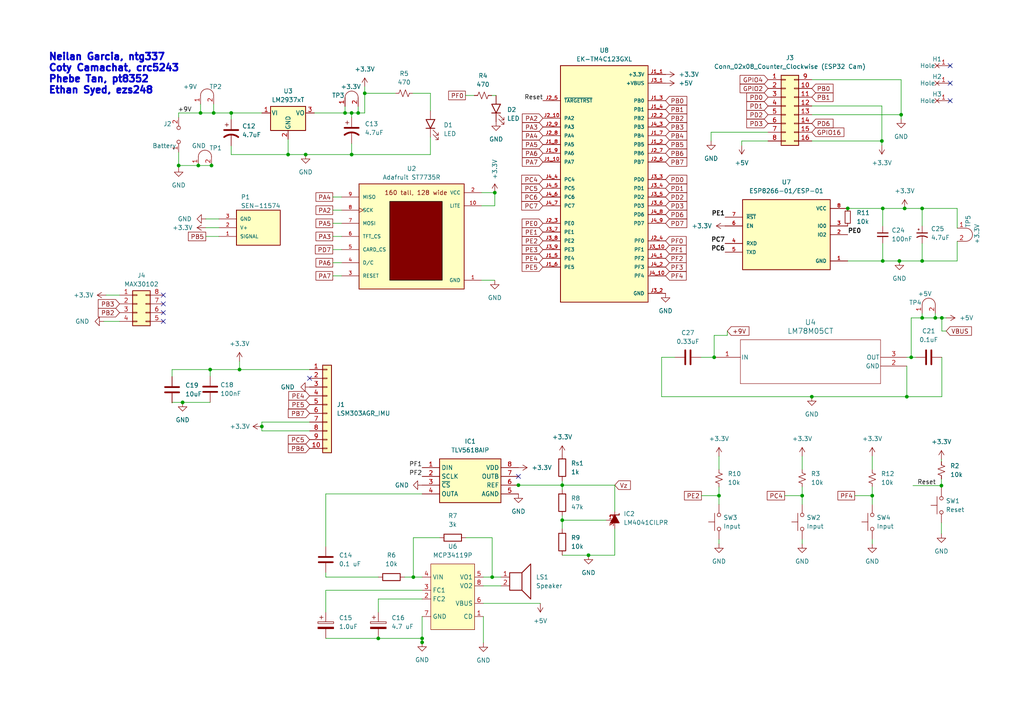
<source format=kicad_sch>
(kicad_sch (version 20230121) (generator eeschema)
  (paper "A4")
  (title_block (title "ECE 445L Lab7 Project") (date "2024-03-29") (rev "v1.0.1") (company "The University of Texas at Austin"))
  (junction (at 88.646 44.831))
  (junction (at 109.728 185.166))
  (junction (at 273.05 140.843))
  (junction (at 103.886 32.766))
  (junction (at 256.032 75.692))
  (junction (at 58.166 32.766))
  (junction (at 261.366 33.274))
  (junction (at 122.428 185.166))
  (junction (at 208.534 143.764))
  (junction (at 264.287 103.632))
  (junction (at 83.566 44.831))
  (junction (at 122.428 186.309))
  (junction (at 60.96 107.188))
  (junction (at 61.976 32.766))
  (junction (at 262.382 60.452))
  (junction (at 163.068 150.876))
  (junction (at 100.076 32.766))
  (junction (at 61.341 48.006))
  (junction (at 263.017 115.062))
  (junction (at 142.748 167.386))
  (junction (at 252.984 143.764))
  (junction (at 101.981 32.766))
  (junction (at 232.664 143.764))
  (junction (at 273.177 92.202))
  (junction (at 143.51 55.88))
  (junction (at 119.888 167.386))
  (junction (at 235.458 115.062))
  (junction (at 256.032 60.452))
  (junction (at 267.462 60.452))
  (junction (at 150.368 140.716))
  (junction (at 267.462 75.692))
  (junction (at 271.272 92.202))
  (junction (at 267.462 92.202))
  (junction (at 75.946 123.698))
  (junction (at 69.469 107.188))
  (junction (at 170.688 161.036))
  (junction (at 57.531 48.006))
  (junction (at 105.791 27.051))
  (junction (at 52.959 116.713))
  (junction (at 67.056 32.766))
  (junction (at 101.981 44.831))
  (junction (at 207.137 103.632))
  (junction (at 163.068 140.716))
  (junction (at 255.778 40.894))
  (junction (at 51.816 48.006))
  (junction (at 260.858 75.692))
  (junction (at 245.872 60.452))
  (no_connect (at 47.371 85.598))
  (no_connect (at 47.371 93.218))
  (no_connect (at 150.368 138.176))
  (no_connect (at 275.59 29.21))
  (no_connect (at 275.59 19.05))
  (no_connect (at 47.371 90.678))
  (no_connect (at 89.789 109.728))
  (no_connect (at 275.59 24.13))
  (no_connect (at 47.371 88.138))
  (wire (pts (xy 163.068 161.036) (xy 170.688 161.036)))
  (wire (pts (xy 178.308 140.716) (xy 163.068 140.716)))
  (wire (pts (xy 30.734 85.598) (xy 34.671 85.598)))
  (wire (pts (xy 75.946 124.968) (xy 75.946 123.698)))
  (wire (pts (xy 163.068 140.716) (xy 150.368 140.716)))
  (wire (pts (xy 235.458 33.274) (xy 261.366 33.274)))
  (wire (pts (xy 273.05 151.638) (xy 273.05 154.813)))
  (wire (pts (xy 255.778 42.164) (xy 255.778 40.894)))
  (wire (pts (xy 208.534 143.764) (xy 208.534 146.304)))
  (wire (pts (xy 96.52 68.58) (xy 99.06 68.58)))
  (wire (pts (xy 88.646 44.831) (xy 83.566 44.831)))
  (wire (pts (xy 49.911 109.22) (xy 49.911 107.188)))
  (wire (pts (xy 206.248 38.354) (xy 222.758 38.354)))
  (wire (pts (xy 94.488 143.256) (xy 122.428 143.256)))
  (wire (pts (xy 49.911 116.713) (xy 49.911 116.84)))
  (wire (pts (xy 262.382 60.452) (xy 267.462 60.452)))
  (wire (pts (xy 96.52 76.2) (xy 99.06 76.2)))
  (wire (pts (xy 267.462 90.932) (xy 267.462 92.202)))
  (wire (pts (xy 207.137 97.282) (xy 207.137 103.632)))
  (wire (pts (xy 96.52 64.77) (xy 99.06 64.77)))
  (wire (pts (xy 247.904 143.764) (xy 252.984 143.764)))
  (wire (pts (xy 101.981 44.831) (xy 124.841 44.831)))
  (wire (pts (xy 119.888 167.386) (xy 119.888 155.956)))
  (wire (pts (xy 208.534 141.224) (xy 208.534 143.764)))
  (wire (pts (xy 232.664 143.764) (xy 232.664 146.304)))
  (wire (pts (xy 235.458 40.894) (xy 255.778 40.894)))
  (wire (pts (xy 57.531 47.371) (xy 57.531 48.006)))
  (wire (pts (xy 109.728 185.166) (xy 122.428 185.166)))
  (wire (pts (xy 163.068 139.446) (xy 163.068 140.716)))
  (wire (pts (xy 277.622 60.452) (xy 277.622 66.167)))
  (wire (pts (xy 252.984 156.464) (xy 252.984 157.734)))
  (wire (pts (xy 94.488 171.196) (xy 94.488 177.546)))
  (wire (pts (xy 273.177 92.202) (xy 273.177 96.012)))
  (wire (pts (xy 273.177 96.012) (xy 274.447 96.012)))
  (wire (pts (xy 252.984 141.224) (xy 252.984 143.764)))
  (wire (pts (xy 100.076 30.861) (xy 100.076 32.766)))
  (wire (pts (xy 69.469 107.188) (xy 89.789 107.188)))
  (wire (pts (xy 96.52 80.01) (xy 99.06 80.01)))
  (wire (pts (xy 89.789 124.968) (xy 75.946 124.968)))
  (wire (pts (xy 235.458 23.114) (xy 261.366 23.114)))
  (wire (pts (xy 267.462 92.202) (xy 271.272 92.202)))
  (wire (pts (xy 271.272 92.202) (xy 273.177 92.202)))
  (wire (pts (xy 52.959 116.713) (xy 49.911 116.713)))
  (wire (pts (xy 49.911 107.188) (xy 60.96 107.188)))
  (wire (pts (xy 232.664 141.224) (xy 232.664 143.764)))
  (wire (pts (xy 277.622 69.977) (xy 277.622 75.692)))
  (wire (pts (xy 235.458 115.062) (xy 263.017 115.062)))
  (wire (pts (xy 63.5 68.58) (xy 59.69 68.58)))
  (wire (pts (xy 273.05 133.223) (xy 273.05 133.858)))
  (wire (pts (xy 122.428 185.166) (xy 122.428 186.309)))
  (wire (pts (xy 263.017 106.172) (xy 263.017 115.062)))
  (wire (pts (xy 100.076 32.766) (xy 101.981 32.766)))
  (wire (pts (xy 273.177 103.632) (xy 273.177 115.062)))
  (wire (pts (xy 271.272 90.932) (xy 271.272 92.202)))
  (wire (pts (xy 60.96 107.188) (xy 69.469 107.188)))
  (wire (pts (xy 252.984 143.764) (xy 252.984 146.304)))
  (wire (pts (xy 191.897 115.062) (xy 235.458 115.062)))
  (wire (pts (xy 63.5 66.04) (xy 59.69 66.04)))
  (wire (pts (xy 51.816 48.006) (xy 51.816 48.641)))
  (wire (pts (xy 163.068 150.876) (xy 175.768 150.876)))
  (wire (pts (xy 109.728 173.736) (xy 109.728 177.546)))
  (wire (pts (xy 58.166 30.226) (xy 58.166 32.766)))
  (wire (pts (xy 267.462 75.692) (xy 277.622 75.692)))
  (wire (pts (xy 139.7 55.88) (xy 143.51 55.88)))
  (wire (pts (xy 96.52 60.96) (xy 99.06 60.96)))
  (wire (pts (xy 210.947 96.012) (xy 210.947 97.282)))
  (wire (pts (xy 135.001 27.686) (xy 137.541 27.686)))
  (wire (pts (xy 255.778 40.894) (xy 255.778 30.734)))
  (wire (pts (xy 96.52 72.39) (xy 99.06 72.39)))
  (wire (pts (xy 261.366 33.274) (xy 261.366 34.544)))
  (wire (pts (xy 263.017 103.632) (xy 264.287 103.632)))
  (wire (pts (xy 75.946 123.698) (xy 75.946 122.428)))
  (wire (pts (xy 67.056 32.766) (xy 75.946 32.766)))
  (wire (pts (xy 140.208 167.386) (xy 142.748 167.386)))
  (wire (pts (xy 245.872 75.692) (xy 256.032 75.692)))
  (wire (pts (xy 61.341 47.371) (xy 61.341 48.006)))
  (wire (pts (xy 273.05 140.843) (xy 273.05 141.478)))
  (wire (pts (xy 203.327 103.632) (xy 207.137 103.632)))
  (wire (pts (xy 94.488 167.386) (xy 109.728 167.386)))
  (wire (pts (xy 94.488 185.166) (xy 109.728 185.166)))
  (wire (pts (xy 191.897 103.632) (xy 191.897 115.062)))
  (wire (pts (xy 261.366 23.114) (xy 261.366 33.274)))
  (wire (pts (xy 61.976 30.226) (xy 61.976 32.766)))
  (wire (pts (xy 101.981 44.831) (xy 88.646 44.831)))
  (wire (pts (xy 245.872 60.452) (xy 256.032 60.452)))
  (wire (pts (xy 178.308 153.416) (xy 178.308 161.036)))
  (wire (pts (xy 51.816 44.196) (xy 51.816 48.006)))
  (wire (pts (xy 256.032 60.452) (xy 256.032 65.532)))
  (wire (pts (xy 91.186 32.766) (xy 100.076 32.766)))
  (wire (pts (xy 94.488 158.496) (xy 94.488 143.256)))
  (wire (pts (xy 260.858 75.692) (xy 267.462 75.692)))
  (wire (pts (xy 103.886 32.766) (xy 105.791 32.766)))
  (wire (pts (xy 61.341 48.006) (xy 57.531 48.006)))
  (wire (pts (xy 170.688 161.036) (xy 178.308 161.036)))
  (wire (pts (xy 208.534 132.334) (xy 208.534 136.144)))
  (wire (pts (xy 264.287 92.202) (xy 267.462 92.202)))
  (wire (pts (xy 89.789 122.428) (xy 75.946 122.428)))
  (wire (pts (xy 140.208 178.816) (xy 140.208 186.436)))
  (wire (pts (xy 142.748 155.956) (xy 142.748 167.386)))
  (wire (pts (xy 252.984 132.334) (xy 252.984 136.144)))
  (wire (pts (xy 67.056 44.831) (xy 83.566 44.831)))
  (wire (pts (xy 143.51 59.69) (xy 139.7 59.69)))
  (wire (pts (xy 267.462 70.612) (xy 267.462 75.692)))
  (wire (pts (xy 105.791 27.051) (xy 114.681 27.051)))
  (wire (pts (xy 119.888 155.956) (xy 127.508 155.956)))
  (wire (pts (xy 163.068 150.876) (xy 163.068 153.416)))
  (wire (pts (xy 51.816 32.766) (xy 58.166 32.766)))
  (wire (pts (xy 142.748 167.386) (xy 145.288 167.386)))
  (wire (pts (xy 267.462 60.452) (xy 277.622 60.452)))
  (wire (pts (xy 124.841 39.751) (xy 124.841 44.831)))
  (wire (pts (xy 256.032 70.612) (xy 256.032 75.692)))
  (wire (pts (xy 135.128 155.956) (xy 142.748 155.956)))
  (wire (pts (xy 60.96 109.093) (xy 60.96 107.188)))
  (wire (pts (xy 273.05 138.938) (xy 273.05 140.843)))
  (wire (pts (xy 83.566 40.386) (xy 83.566 44.831)))
  (wire (pts (xy 273.177 92.202) (xy 274.447 92.202)))
  (wire (pts (xy 67.056 32.766) (xy 67.056 34.671)))
  (wire (pts (xy 119.888 167.386) (xy 122.428 167.386)))
  (wire (pts (xy 206.248 40.894) (xy 206.248 38.354)))
  (wire (pts (xy 57.531 48.006) (xy 51.816 48.006)))
  (wire (pts (xy 163.068 149.606) (xy 163.068 150.876)))
  (wire (pts (xy 255.778 30.734) (xy 235.458 30.734)))
  (wire (pts (xy 232.664 156.464) (xy 232.664 157.734)))
  (wire (pts (xy 101.981 32.766) (xy 101.981 34.036)))
  (wire (pts (xy 103.886 30.861) (xy 103.886 32.766)))
  (wire (pts (xy 109.728 173.736) (xy 122.428 173.736)))
  (wire (pts (xy 163.068 140.716) (xy 163.068 141.986)))
  (wire (pts (xy 264.287 103.632) (xy 264.287 92.202)))
  (wire (pts (xy 63.5 63.5) (xy 59.69 63.5)))
  (wire (pts (xy 67.056 42.291) (xy 67.056 44.831)))
  (wire (pts (xy 30.099 93.218) (xy 34.671 93.218)))
  (wire (pts (xy 51.816 34.036) (xy 51.816 32.766)))
  (wire (pts (xy 140.208 169.926) (xy 145.288 169.926)))
  (wire (pts (xy 227.584 143.764) (xy 232.664 143.764)))
  (wire (pts (xy 94.488 171.196) (xy 122.428 171.196)))
  (wire (pts (xy 178.308 148.336) (xy 178.308 140.716)))
  (wire (pts (xy 140.208 175.006) (xy 156.718 175.006)))
  (wire (pts (xy 203.454 143.764) (xy 208.534 143.764)))
  (wire (pts (xy 139.7 81.28) (xy 143.51 81.28)))
  (wire (pts (xy 215.138 40.894) (xy 222.758 40.894)))
  (wire (pts (xy 105.791 25.146) (xy 105.791 27.051)))
  (wire (pts (xy 69.469 107.188) (xy 69.469 104.775)))
  (wire (pts (xy 191.897 103.632) (xy 195.707 103.632)))
  (wire (pts (xy 122.428 186.309) (xy 122.428 186.436)))
  (wire (pts (xy 96.52 57.15) (xy 99.06 57.15)))
  (wire (pts (xy 124.841 27.051) (xy 124.841 32.131)))
  (wire (pts (xy 273.177 115.062) (xy 263.017 115.062)))
  (wire (pts (xy 101.981 32.766) (xy 103.886 32.766)))
  (wire (pts (xy 105.791 32.766) (xy 105.791 27.051)))
  (wire (pts (xy 232.664 132.334) (xy 232.664 136.144)))
  (wire (pts (xy 122.428 178.816) (xy 122.428 185.166)))
  (wire (pts (xy 94.488 166.116) (xy 94.488 167.386)))
  (wire (pts (xy 58.166 32.766) (xy 61.976 32.766)))
  (wire (pts (xy 215.138 42.164) (xy 215.138 40.894)))
  (wire (pts (xy 119.761 27.051) (xy 124.841 27.051)))
  (wire (pts (xy 143.891 27.686) (xy 142.621 27.686)))
  (wire (pts (xy 208.534 156.464) (xy 208.534 157.734)))
  (wire (pts (xy 256.032 75.692) (xy 260.858 75.692)))
  (wire (pts (xy 117.348 167.386) (xy 119.888 167.386)))
  (wire (pts (xy 149.098 140.716) (xy 150.368 140.716)))
  (wire (pts (xy 264.287 103.632) (xy 265.557 103.632)))
  (wire (pts (xy 143.51 55.88) (xy 143.51 59.69)))
  (wire (pts (xy 210.947 97.282) (xy 207.137 97.282)))
  (wire (pts (xy 264.795 140.843) (xy 273.05 140.843)))
  (wire (pts (xy 61.976 32.766) (xy 67.056 32.766)))
  (wire (pts (xy 60.96 116.713) (xy 52.959 116.713)))
  (wire (pts (xy 101.981 41.656) (xy 101.981 44.831)))
  (wire (pts (xy 267.462 65.532) (xy 267.462 60.452)))
  (wire (pts (xy 256.032 60.452) (xy 262.382 60.452)))
  (text "Neilan Garcia, ntg337\nCoty Camachat, crc5243\nPhebe Tan, pt8352\nEthan Syed, ezs248" (at 13.97 27.432 0) (effects (font (size 2 2) (thickness 0.6) bold) (justify left bottom)))
  (label "PF2" (at 122.428 138.176 180))
  (label "Reset" (at 157.48 29.21 180))
  (label "+9V" (at 55.626 32.766 180))
  (label "PE1" (at 210.312 62.992 180) (effects (font bold)))
  (label "PF1" (at 122.428 135.636 180))
  (label "PC6" (at 210.312 73.152 180) (effects (font bold)))
  (label "Reset" (at 266.065 140.843 0))
  (label "PE0" (at 245.872 68.072 0) (effects (font bold)))
  (label "PC7" (at 210.312 70.612 180) (effects (font bold)))
  (global_label "PF4" (shape passive) (at 247.904 143.764 180) (property "Intersheetrefs" "${INTERSHEET_REFS}" (effects hide)))
  (global_label "PD6" (shape input) (at 193.04 62.23 0) (property "Intersheetrefs" "${INTERSHEET_REFS}" (effects hide)))
  (global_label "PB5" (shape passive) (at 59.69 68.58 180) (property "Intersheetrefs" "${INTERSHEET_REFS}" (effects hide)))
  (global_label "PB2" (shape input) (at 193.04 34.29 0) (property "Intersheetrefs" "${INTERSHEET_REFS}" (effects hide)))
  (global_label "PD1" (shape input) (at 193.04 54.61 0) (property "Intersheetrefs" "${INTERSHEET_REFS}" (effects hide)))
  (global_label "PD1" (shape input) (at 222.758 30.734 180) (property "Intersheetrefs" "${INTERSHEET_REFS}" (effects hide)))
  (global_label "PC5" (shape input) (at 157.48 54.61 180) (property "Intersheetrefs" "${INTERSHEET_REFS}" (effects hide)))
  (global_label "PA3" (shape input) (at 157.48 36.83 180) (property "Intersheetrefs" "${INTERSHEET_REFS}" (effects hide)))
  (global_label "PD7" (shape passive) (at 96.52 72.39 180) (property "Intersheetrefs" "${INTERSHEET_REFS}" (effects hide)))
  (global_label "PB4" (shape input) (at 193.04 39.37 0) (property "Intersheetrefs" "${INTERSHEET_REFS}" (effects hide)))
  (global_label "PD0" (shape input) (at 193.04 52.07 0) (property "Intersheetrefs" "${INTERSHEET_REFS}" (effects hide)))
  (global_label "PB0" (shape input) (at 193.04 29.21 0) (property "Intersheetrefs" "${INTERSHEET_REFS}" (effects hide)))
  (global_label "PA5" (shape passive) (at 96.52 64.77 180) (property "Intersheetrefs" "${INTERSHEET_REFS}" (effects hide)))
  (global_label "GPIO16" (shape input) (at 235.458 38.354 0) (property "Intersheetrefs" "${INTERSHEET_REFS}" (effects hide)))
  (global_label "PB5" (shape input) (at 193.04 41.91 0) (property "Intersheetrefs" "${INTERSHEET_REFS}" (effects hide)))
  (global_label "PD3" (shape input) (at 193.04 59.69 0) (property "Intersheetrefs" "${INTERSHEET_REFS}" (effects hide)))
  (global_label "PA6" (shape input) (at 157.48 44.45 180) (property "Intersheetrefs" "${INTERSHEET_REFS}" (effects hide)))
  (global_label "PD6" (shape input) (at 235.458 35.814 0) (property "Intersheetrefs" "${INTERSHEET_REFS}" (effects hide)))
  (global_label "PD2" (shape input) (at 222.758 33.274 180) (property "Intersheetrefs" "${INTERSHEET_REFS}" (effects hide)))
  (global_label "PF2" (shape input) (at 193.04 74.93 0) (property "Intersheetrefs" "${INTERSHEET_REFS}" (effects hide)))
  (global_label "PB6" (shape input) (at 193.04 44.45 0) (property "Intersheetrefs" "${INTERSHEET_REFS}" (effects hide)))
  (global_label "PC7" (shape input) (at 157.48 59.69 180) (property "Intersheetrefs" "${INTERSHEET_REFS}" (effects hide)))
  (global_label "PA7" (shape passive) (at 96.52 80.01 180) (property "Intersheetrefs" "${INTERSHEET_REFS}" (effects hide)))
  (global_label "PF0" (shape input) (at 193.04 69.85 0) (property "Intersheetrefs" "${INTERSHEET_REFS}" (effects hide)))
  (global_label "PA6" (shape passive) (at 96.52 76.2 180) (property "Intersheetrefs" "${INTERSHEET_REFS}" (effects hide)))
  (global_label "PD0" (shape input) (at 222.758 28.194 180) (property "Intersheetrefs" "${INTERSHEET_REFS}" (effects hide)))
  (global_label "PC4" (shape input) (at 157.48 52.07 180) (property "Intersheetrefs" "${INTERSHEET_REFS}" (effects hide)))
  (global_label "PB3" (shape input) (at 193.04 36.83 0) (property "Intersheetrefs" "${INTERSHEET_REFS}" (effects hide)))
  (global_label "PA2" (shape passive) (at 96.52 60.96 180) (property "Intersheetrefs" "${INTERSHEET_REFS}" (effects hide)))
  (global_label "+9V" (shape input) (at 210.947 96.012 0) (property "Intersheetrefs" "${INTERSHEET_REFS}" (effects hide)))
  (global_label "PA3" (shape passive) (at 96.52 68.58 180) (property "Intersheetrefs" "${INTERSHEET_REFS}" (effects hide)))
  (global_label "PE5" (shape input) (at 157.48 77.47 180) (property "Intersheetrefs" "${INTERSHEET_REFS}" (effects hide)))
  (global_label "PF3" (shape input) (at 193.04 77.47 0) (property "Intersheetrefs" "${INTERSHEET_REFS}" (effects hide)))
  (global_label "PD7" (shape input) (at 193.04 64.77 0) (property "Intersheetrefs" "${INTERSHEET_REFS}" (effects hide)))
  (global_label "Vz" (shape input) (at 178.308 140.716 0) (property "Intersheetrefs" "${INTERSHEET_REFS}" (effects hide)))
  (global_label "PA2" (shape input) (at 157.48 34.29 180) (property "Intersheetrefs" "${INTERSHEET_REFS}" (effects hide)))
  (global_label "PC5" (shape input) (at 89.789 127.508 180) (property "Intersheetrefs" "${INTERSHEET_REFS}" (effects hide)))
  (global_label "PD2" (shape input) (at 193.04 57.15 0) (property "Intersheetrefs" "${INTERSHEET_REFS}" (effects hide)))
  (global_label "PF4" (shape input) (at 193.04 80.01 0) (property "Intersheetrefs" "${INTERSHEET_REFS}" (effects hide)))
  (global_label "PB0" (shape input) (at 235.458 25.654 0) (property "Intersheetrefs" "${INTERSHEET_REFS}" (effects hide)))
  (global_label "PE3" (shape input) (at 157.48 72.39 180) (property "Intersheetrefs" "${INTERSHEET_REFS}" (effects hide)))
  (global_label "PF1" (shape input) (at 193.04 72.39 0) (property "Intersheetrefs" "${INTERSHEET_REFS}" (effects hide)))
  (global_label "PC4" (shape passive) (at 227.584 143.764 180) (property "Intersheetrefs" "${INTERSHEET_REFS}" (effects hide)))
  (global_label "GPIO4" (shape input) (at 222.758 23.114 180) (property "Intersheetrefs" "${INTERSHEET_REFS}" (effects hide)))
  (global_label "GPIO2" (shape input) (at 222.758 25.654 180) (property "Intersheetrefs" "${INTERSHEET_REFS}" (effects hide)))
  (global_label "PB7" (shape input) (at 193.04 46.99 0) (property "Intersheetrefs" "${INTERSHEET_REFS}" (effects hide)))
  (global_label "PB1" (shape input) (at 193.04 31.75 0) (property "Intersheetrefs" "${INTERSHEET_REFS}" (effects hide)))
  (global_label "PC6" (shape input) (at 157.48 57.15 180) (property "Intersheetrefs" "${INTERSHEET_REFS}" (effects hide)))
  (global_label "PE4" (shape input) (at 157.48 74.93 180) (property "Intersheetrefs" "${INTERSHEET_REFS}" (effects hide)))
  (global_label "PA4" (shape input) (at 157.48 39.37 180) (property "Intersheetrefs" "${INTERSHEET_REFS}" (effects hide)))
  (global_label "PD3" (shape input) (at 222.758 35.814 180) (property "Intersheetrefs" "${INTERSHEET_REFS}" (effects hide)))
  (global_label "PB6" (shape input) (at 89.789 130.048 180) (property "Intersheetrefs" "${INTERSHEET_REFS}" (effects hide)))
  (global_label "PA4" (shape passive) (at 96.52 57.15 180) (property "Intersheetrefs" "${INTERSHEET_REFS}" (effects hide)))
  (global_label "PE4" (shape input) (at 89.789 114.808 180) (property "Intersheetrefs" "${INTERSHEET_REFS}" (effects hide)))
  (global_label "PA7" (shape input) (at 157.48 46.99 180) (property "Intersheetrefs" "${INTERSHEET_REFS}" (effects hide)))
  (global_label "PE0" (shape input) (at 157.48 64.77 180) (property "Intersheetrefs" "${INTERSHEET_REFS}" (effects hide)))
  (global_label "PE1" (shape input) (at 157.48 67.31 180) (property "Intersheetrefs" "${INTERSHEET_REFS}" (effects hide)))
  (global_label "PB7" (shape input) (at 89.789 119.888 180) (property "Intersheetrefs" "${INTERSHEET_REFS}" (effects hide)))
  (global_label "PB3" (shape input) (at 34.671 88.138 180) (property "Intersheetrefs" "${INTERSHEET_REFS}" (effects hide)))
  (global_label "PA5" (shape input) (at 157.48 41.91 180) (property "Intersheetrefs" "${INTERSHEET_REFS}" (effects hide)))
  (global_label "PB2" (shape input) (at 34.671 90.678 180) (property "Intersheetrefs" "${INTERSHEET_REFS}" (effects hide)))
  (global_label "PE2" (shape input) (at 157.48 69.85 180) (property "Intersheetrefs" "${INTERSHEET_REFS}" (effects hide)))
  (global_label "PB1" (shape input) (at 235.458 28.194 0) (property "Intersheetrefs" "${INTERSHEET_REFS}" (effects hide)))
  (global_label "PF0" (shape passive) (at 135.001 27.686 180) (property "Intersheetrefs" "${INTERSHEET_REFS}" (effects hide)))
  (global_label "VBUS" (shape input) (at 274.447 96.012 0) (property "Intersheetrefs" "${INTERSHEET_REFS}" (effects hide)))
  (global_label "PE2" (shape passive) (at 203.454 143.764 180) (property "Intersheetrefs" "${INTERSHEET_REFS}" (effects hide)))
  (global_label "PE5" (shape input) (at 89.789 117.348 180) (property "Intersheetrefs" "${INTERSHEET_REFS}" (effects hide)))
  (symbol (lib_id "Device:R") (at 163.068 135.636 0) (unit 1)
    (property "Reference" "Rs1" (at 165.608 134.366 0) (effects (justify left)))
    (property "Value" "1k" (at 165.608 136.906 0) (effects (justify left)))
    (property "Footprint" "ECE445L:R_Axial_DIN0204_L3.6mm_D1.6mm_P7.62mm_Horizontal" (effects hide))
  )
  (symbol (lib_name "GND_1") (lib_id "power:GND") (at 252.984 157.734 0) (unit 1)
    (property "Reference" "#PWR026" (effects hide))
    (property "Value" "GND" (at 252.984 162.814 0))
  )
  (symbol (lib_id "Connector_Generic:Conn_02x04_Counter_Clockwise") (at 39.751 88.138 0) (unit 1)
    (property "Reference" "J4" (at 41.021 79.883 0))
    (property "Value" "MAX30102" (at 41.021 82.423 0))
    (property "Footprint" "our_symbols:MAX-30102_v1" (effects hide))
  )
  (symbol (lib_id "power:+5V") (at 193.04 24.13 270) (unit 1)
    (property "Reference" "#PWR058" (effects hide))
    (property "Value" "+5V" (at 196.85 24.13 90) (effects (justify left)))
  )
  (symbol (lib_id "power:+3.3V") (at 208.534 132.334 0) (unit 1)
    (property "Reference" "#PWR048" (effects hide))
    (property "Value" "+3.3V" (at 208.534 127.254 0))
  )
  (symbol (lib_id "power:+3.3V") (at 105.791 25.146 0) (unit 1)
    (property "Reference" "#PWR027" (effects hide))
    (property "Value" "+3.3V" (at 105.791 20.066 0))
  )
  (symbol (lib_id "Connector_Generic:Conn_01x10") (at 94.869 117.348 0) (unit 1)
    (property "Reference" "J1" (at 97.663 117.348 0) (effects (justify left)))
    (property "Value" "LSM303AGR_IMU" (at 97.663 119.888 0) (effects (justify left)))
    (property "Footprint" "our_symbols:Breakout_LSM303AGR_IMU" (effects hide))
  )
  (symbol (lib_name "GND_1") (lib_id "power:GND") (at 51.816 48.641 0) (unit 1)
    (property "Reference" "#PWR018" (effects hide))
    (property "Value" "GND" (at 51.816 53.721 0))
  )
  (symbol (lib_id "Device:Speaker") (at 150.368 167.386 0) (unit 1)
    (property "Reference" "LS1" (at 155.448 167.386 0) (effects (justify left)))
    (property "Value" "Speaker" (at 155.448 169.926 0) (effects (justify left)))
    (property "Footprint" "Connector_PinHeader_2.54mm:PinHeader_1x02_P2.54mm_Vertical" (effects hide))
  )
  (symbol (lib_id "motorola_MCP34119P:MCP34119P") (at 131.318 172.466 0) (unit 1)
    (property "Reference" "U6" (at 131.318 158.496 0))
    (property "Value" "MCP34119P" (at 131.318 161.036 0))
    (property "Footprint" "Package_DIP:DIP-8_W7.62mm_LongPads" (effects hide))
    (property "Datasheet" "https://users.ece.utexas.edu/~valvano/Datasheets/MC34119.pdf" (effects hide))
    (property "Distributor" "N/A" (effects hide))
    (property "Manufacturer" "Motorola" (effects hide))
    (property "P/N" "MC34119P" (effects hide))
    (property "Cost" "N/A" (effects hide))
  )
  (symbol (lib_id "ECE445L:R_0.125W") (at 273.05 136.398 0) (unit 1)
    (property "Reference" "R2" (at 275.59 135.128 0) (effects (justify left)))
    (property "Value" "10k" (at 275.59 137.668 0) (effects (justify left)))
    (property "Footprint" "ECE445L:R_Axial_DIN0204_L3.6mm_D1.6mm_P7.62mm_Horizontal" (effects hide))
    (property "Datasheet" "https://users.ece.utexas.edu/~valvano/mspm0/CarbonFilmresistors.pdf" (effects hide))
  )
  (symbol (lib_id "ECE445L:Testpoint") (at 60.071 30.226 0) (unit 1)
    (property "Reference" "TP2" (at 60.706 25.146 0) (effects (justify left)))
    (property "Value" "+9V" (at 53.086 25.146 0) (effects (justify left)))
    (property "Footprint" "ECE445L:Testpoint_1x02_P2.54mm" (effects hide))
  )
  (symbol (lib_id "ECE445L:R_0.125W") (at 252.984 138.684 180) (unit 1)
    (property "Reference" "R12" (at 255.524 137.414 0) (effects (justify right)))
    (property "Value" "10k" (at 255.524 139.954 0) (effects (justify right)))
    (property "Footprint" "ECE445L:R_Axial_DIN0204_L3.6mm_D1.6mm_P7.62mm_Horizontal" (effects hide))
    (property "Datasheet" "https://users.ece.utexas.edu/~valvano/mspm0/CarbonFilmresistors.pdf" (effects hide))
  )
  (symbol (lib_id "ECE445L:Testpoint") (at 269.367 90.932 0) (unit 1)
    (property "Reference" "TP4" (at 263.652 87.757 0) (effects (justify left)))
    (property "Value" "+5V" (at 266.192 85.217 0) (effects (justify left)))
    (property "Footprint" "ECE445L:Testpoint_1x02_P2.54mm" (effects hide))
  )
  (symbol (lib_name "GND_1") (lib_id "power:GND") (at 122.428 140.716 270) (unit 1)
    (property "Reference" "#PWR036" (effects hide))
    (property "Value" "GND" (at 118.618 140.716 90) (effects (justify right)))
  )
  (symbol (lib_id "power:+3.3V") (at 210.312 65.532 90) (unit 1)
    (property "Reference" "#PWR051" (effects hide))
    (property "Value" "+3.3V" (at 206.502 65.532 90) (effects (justify left)))
  )
  (symbol (lib_id "Device:C") (at 199.517 103.632 90) (unit 1)
    (property "Reference" "C27" (at 199.517 96.52 90))
    (property "Value" "0.33uF" (at 199.517 99.06 90))
    (property "Footprint" "ECE445L:C_Axial_200mil" (effects hide))
  )
  (symbol (lib_id "power:+3.3V") (at 193.04 21.59 270) (unit 1)
    (property "Reference" "#PWR059" (effects hide))
    (property "Value" "+3.3V" (at 196.85 21.59 90) (effects (justify left)))
  )
  (symbol (lib_id "ECE445L:Testpoint") (at 59.436 48.006 0) (unit 1)
    (property "Reference" "TP1" (at 60.706 42.926 0) (effects (justify left)))
    (property "Value" "GND" (at 55.626 42.291 0) (effects (justify left)))
    (property "Footprint" "ECE445L:Testpoint_1x02_P2.54mm" (effects hide))
  )
  (symbol (lib_name "GND_1") (lib_id "power:GND") (at 170.688 161.036 0) (unit 1)
    (property "Reference" "#PWR040" (effects hide))
    (property "Value" "GND" (at 170.688 166.116 0))
  )
  (symbol (lib_id "power:+3.3V") (at 163.068 131.826 0) (unit 1)
    (property "Reference" "#PWR039" (effects hide))
    (property "Value" "+3.3V" (at 163.068 126.746 0))
  )
  (symbol (lib_id "Regulator_Linear:LM2937xT") (at 83.566 32.766 0) (unit 1)
    (property "Reference" "U3" (at 83.566 26.416 0))
    (property "Value" "LM2937xT" (at 83.566 28.956 0))
    (property "Footprint" "Package_TO_SOT_THT:TO-220-3_Vertical" (effects hide))
    (property "Datasheet" "http://www.ti.com/lit/ds/symlink/lm2937.pdf" (effects hide))
  )
  (symbol (lib_id "ECE445L:Testpoint") (at 277.622 68.072 270) (unit 1)
    (property "Reference" "TP5" (at 280.797 62.357 0) (effects (justify left)))
    (property "Value" "+3.3V" (at 283.337 64.897 0) (effects (justify left)))
    (property "Footprint" "ECE445L:Testpoint_1x02_P2.54mm" (effects hide))
  )
  (symbol (lib_name "GND_1") (lib_id "power:GND") (at 88.646 44.831 0) (unit 1)
    (property "Reference" "#PWR061" (effects hide))
    (property "Value" "GND" (at 88.646 49.911 0))
  )
  (symbol (lib_id "power:+5V") (at 215.138 42.164 180) (unit 1)
    (property "Reference" "#PWR047" (effects hide))
    (property "Value" "+5V" (at 215.138 47.244 0))
  )
  (symbol (lib_id "ti_LM4041CILPR:LM4041CILPR") (at 178.308 150.876 0) (unit 1)
    (property "Reference" "IC2" (at 180.848 149.0345 0) (effects (justify left)))
    (property "Value" "LM4041CILPR" (at 180.848 151.5745 0) (effects (justify left)))
    (property "Footprint" "ECE445L:ti_LM4041CILPR" (effects hide))
    (property "Datasheet" "https://www.ti.com/general/docs/suppproductinfo.tsp?distId=26&gotoUrl=https://www.ti.com/lit/gpn/lm4041a12" (effects hide))
    (property "Distributor" "Mouser" (effects hide))
    (property "Manufacturer" "Texas Instruments" (effects hide))
    (property "P/N" "LM4041CILPR" (effects hide))
    (property "Cost" "0.78" (effects hide))
  )
  (symbol (lib_id "Connector_Generic:Conn_02x08_Top_Bottom") (at 227.838 30.734 0) (unit 1)
    (property "Reference" "J3" (at 229.108 16.764 0))
    (property "Value" "Conn_02x08_Counter_Clockwise (ESP32 Cam)" (at 229.108 19.304 0))
    (property "Footprint" "our_symbols:ESP32-CAM_v1" (effects hide))
  )
  (symbol (lib_id "Switch:SW_Push") (at 273.05 146.558 90) (unit 1)
    (property "Reference" "SW1" (at 274.32 145.288 90) (effects (justify right)))
    (property "Value" "Reset" (at 274.32 147.828 90) (effects (justify right)))
    (property "Footprint" "Button_Switch_THT:SW_PUSH_6mm" (effects hide))
  )
  (symbol (lib_id "Device:R") (at 113.538 167.386 270) (mirror x) (unit 1)
    (property "Reference" "R6" (at 113.538 161.036 90))
    (property "Value" "10k" (at 113.538 163.576 90))
    (property "Footprint" "ECE445L:R_Axial_DIN0204_L3.6mm_D1.6mm_P7.62mm_Horizontal" (effects hide))
  )
  (symbol (lib_id "power:+5V") (at 156.718 175.006 180) (unit 1)
    (property "Reference" "#PWR052" (effects hide))
    (property "Value" "+5V" (at 156.718 180.086 0))
  )
  (symbol (lib_name "GND_1") (lib_id "power:GND") (at 261.366 34.544 0) (unit 1)
    (property "Reference" "#PWR023" (effects hide))
    (property "Value" "GND" (at 261.366 39.624 0))
  )
  (symbol (lib_name "GND_1") (lib_id "power:GND") (at 273.05 154.813 0) (unit 1)
    (property "Reference" "#PWR04" (effects hide))
    (property "Value" "GND" (at 273.05 159.893 0))
  )
  (symbol (lib_id "Device:R") (at 163.068 157.226 0) (unit 1)
    (property "Reference" "R9" (at 165.608 155.956 0) (effects (justify left)))
    (property "Value" "10k" (at 165.608 158.496 0) (effects (justify left)))
    (property "Footprint" "ECE445L:R_Axial_DIN0204_L3.6mm_D1.6mm_P7.62mm_Horizontal" (effects hide))
  )
  (symbol (lib_id "power:GND") (at 52.959 116.713 0) (unit 1)
    (property "Reference" "#PWR03" (effects hide))
    (property "Value" "GND" (at 52.959 121.793 0))
  )
  (symbol (lib_name "GND_1") (lib_id "power:GND") (at 140.208 186.436 0) (unit 1)
    (property "Reference" "#PWR035" (effects hide))
    (property "Value" "GND" (at 140.208 191.516 0))
  )
  (symbol (lib_id "ECE445L:MountingHole") (at 275.59 29.21 0) (unit 1)
    (property "Reference" "H3" (at 271.78 27.305 0))
    (property "Value" "~" (at 275.59 29.21 0))
    (property "Footprint" "ECE445L:MountingHole_4_40" (effects hide))
  )
  (symbol (lib_id "Device:R") (at 163.068 145.796 0) (unit 1)
    (property "Reference" "R8" (at 165.608 144.526 0) (effects (justify left)))
    (property "Value" "47k" (at 165.608 147.066 0) (effects (justify left)))
    (property "Footprint" "ECE445L:R_Axial_DIN0204_L3.6mm_D1.6mm_P7.62mm_Horizontal" (effects hide))
  )
  (symbol (lib_id "power:+3.3V") (at 232.664 132.334 0) (unit 1)
    (property "Reference" "#PWR024" (effects hide))
    (property "Value" "+3.3V" (at 232.664 127.254 0))
  )
  (symbol (lib_id "ECE445L:Testpoint") (at 101.981 30.861 0) (unit 1)
    (property "Reference" "TP3" (at 96.266 27.686 0) (effects (justify left)))
    (property "Value" "+3.3V" (at 98.806 25.146 0) (effects (justify left)))
    (property "Footprint" "ECE445L:Testpoint_1x02_P2.54mm" (effects hide))
  )
  (symbol (lib_id "power:+3.3V") (at 150.368 135.636 270) (unit 1)
    (property "Reference" "#PWR037" (effects hide))
    (property "Value" "+3.3V" (at 154.178 135.636 90) (effects (justify left)))
  )
  (symbol (lib_id "power:+3.3V") (at 255.778 42.164 180) (unit 1)
    (property "Reference" "#PWR045" (effects hide))
    (property "Value" "+3.3V" (at 255.778 47.244 0))
  )
  (symbol (lib_id "ti_EKTM4C123GXL:EK-TM4C123GXL") (at 175.26 52.07 0) (unit 1)
    (property "Reference" "U8" (at 175.26 14.605 0))
    (property "Value" "EK-TM4C123GXL" (at 175.26 17.145 0))
    (property "Footprint" "ECE445L:ti_EKTM4C123GXL" (effects hide))
    (property "Datasheet" "https://www.ti.com/lit/ds/symlink/tm4c123gh6pm.pdf?ts=1693244962384&ref_url=https%253A%252F%252Fwww.google.com%252F" (effects hide))
    (property "Distributor" "Mouser" (effects hide))
    (property "Manufacturer" "Texas Instruments" (effects hide))
    (property "P/N" "EK-TM4C123GXL" (effects hide))
    (property "Cost" "22.60" (effects hide))
  )
  (symbol (lib_name "GND_1") (lib_id "power:GND") (at 260.858 75.692 0) (unit 1)
    (property "Reference" "#PWR044" (effects hide))
    (property "Value" "GND" (at 260.858 80.772 0))
  )
  (symbol (lib_id "ECE445L:MountingHole") (at 275.59 19.05 0) (unit 1)
    (property "Reference" "H1" (at 271.78 17.145 0))
    (property "Value" "~" (at 275.59 19.05 0))
    (property "Footprint" "ECE445L:MountingHole_4_40" (effects hide))
  )
  (symbol (lib_id "ECE445L:R_0.125W") (at 117.221 27.051 90) (unit 1)
    (property "Reference" "R5" (at 117.221 21.336 90))
    (property "Value" "470" (at 117.221 23.876 90))
    (property "Footprint" "ECE445L:R_Axial_DIN0204_L3.6mm_D1.6mm_P7.62mm_Horizontal" (effects hide))
    (property "Datasheet" "https://users.ece.utexas.edu/~valvano/mspm0/CarbonFilmresistors.pdf" (effects hide))
  )
  (symbol (lib_id "power:+3.3V") (at 252.984 132.334 0) (unit 1)
    (property "Reference" "#PWR055" (effects hide))
    (property "Value" "+3.3V" (at 252.984 127.254 0))
  )
  (symbol (lib_id "ECE445L:MountingHole") (at 275.59 24.13 0) (unit 1)
    (property "Reference" "H2" (at 271.78 22.225 0))
    (property "Value" "~" (at 275.59 24.13 0))
    (property "Footprint" "ECE445L:MountingHole_4_40" (effects hide))
  )
  (symbol (lib_name "GND_1") (lib_id "power:GND") (at 122.428 186.309 0) (unit 1)
    (property "Reference" "#PWR034" (effects hide))
    (property "Value" "GND" (at 122.428 191.389 0))
  )
  (symbol (lib_id "power:+3.3V") (at 59.69 66.04 90) (unit 1)
    (property "Reference" "#PWR029" (effects hide))
    (property "Value" "+3.3V" (at 55.88 66.04 90) (effects (justify left)))
  )
  (symbol (lib_name "GND_1") (lib_id "power:GND") (at 206.248 40.894 0) (unit 1)
    (property "Reference" "#PWR046" (effects hide))
    (property "Value" "GND" (at 206.248 45.974 0))
  )
  (symbol (lib_id "Device:C") (at 60.96 112.903 0) (unit 1)
    (property "Reference" "C18" (at 63.881 111.633 0) (effects (justify left)))
    (property "Value" "100nF" (at 63.881 114.173 0) (effects (justify left)))
    (property "Footprint" "ECE445L:C_Axial_200mil" (effects hide))
  )
  (symbol (lib_id "Device:C") (at 49.911 113.03 0) (unit 1)
    (property "Reference" "C19" (at 53.721 111.76 0) (effects (justify left)))
    (property "Value" "10uF" (at 53.721 114.3 0) (effects (justify left)))
    (property "Footprint" "ECE445L:C_Axial_200mil" (effects hide))
  )
  (symbol (lib_id "power:+3.3V") (at 262.382 60.452 0) (unit 1)
    (property "Reference" "#PWR050" (effects hide))
    (property "Value" "+3.3V" (at 262.382 55.372 0))
  )
  (symbol (lib_id "ai_thinker_ESP8266_01:ESP8266-01/ESP-01") (at 228.092 68.072 0) (unit 1)
    (property "Reference" "U7" (at 228.092 52.832 0))
    (property "Value" "ESP8266-01/ESP-01" (at 228.092 55.372 0))
    (property "Footprint" "footprints:ai_thinker_ESP8266_01" (effects hide))
    (property "Datasheet" "https://nurdspace.nl/ESP8266" (effects hide))
    (property "Distributor" "Mouser" (effects hide))
    (property "Manufacturer" "SparkFun" (effects hide))
    (property "P/N" "WRL-17146" (effects hide))
    (property "Cost" "7.50" (effects hide))
  )
  (symbol (lib_id "power:+3.3V") (at 30.734 85.598 90) (unit 1)
    (property "Reference" "#PWR053" (effects hide))
    (property "Value" "+3.3V" (at 27.178 85.598 90) (effects (justify left)))
  )
  (symbol (lib_id "Switch:SW_Push") (at 208.534 151.384 90) (unit 1)
    (property "Reference" "SW3" (at 209.804 150.114 90) (effects (justify right)))
    (property "Value" "Input" (at 209.804 152.654 90) (effects (justify right)))
    (property "Footprint" "Button_Switch_THT:SW_PUSH_6mm" (effects hide))
  )
  (symbol (lib_id "ECE445L:R_0.125W") (at 140.081 27.686 90) (unit 1)
    (property "Reference" "R4" (at 140.081 21.971 90))
    (property "Value" "470" (at 140.081 24.511 90))
    (property "Footprint" "ECE445L:R_Axial_DIN0204_L3.6mm_D1.6mm_P7.62mm_Horizontal" (effects hide))
    (property "Datasheet" "https://users.ece.utexas.edu/~valvano/mspm0/CarbonFilmresistors.pdf" (effects hide))
  )
  (symbol (lib_id "Device:C_Polarized") (at 94.488 181.356 0) (unit 1)
    (property "Reference" "C15" (at 98.298 179.197 0) (effects (justify left)))
    (property "Value" "1.0uF" (at 98.298 181.737 0) (effects (justify left)))
    (property "Footprint" "ECE445L:CP_Radial_Tantal200mil" (effects hide))
  )
  (symbol (lib_id "ECE445L:LED") (at 126.111 35.941 0) (unit 1)
    (property "Reference" "D1" (at 128.651 36.2585 0) (effects (justify left)))
    (property "Value" "LED" (at 128.651 38.7985 0) (effects (justify left)))
    (property "Footprint" "ECE445L:LED_D5.0mm" (effects hide))
    (property "Datasheet" "https://users.ece.utexas.edu/~valvano/mspm0/HLMP-4700.pdf" (effects hide))
  )
  (symbol (lib_name "GND_1") (lib_id "power:GND") (at 59.69 63.5 270) (unit 1)
    (property "Reference" "#PWR028" (effects hide))
    (property "Value" "GND" (at 55.626 63.5 90) (effects (justify right)))
  )
  (symbol (lib_id "Device:C") (at 94.488 162.306 0) (unit 1)
    (property "Reference" "C14" (at 98.298 161.036 0) (effects (justify left)))
    (property "Value" "0.1 uF" (at 98.298 163.576 0) (effects (justify left)))
    (property "Footprint" "ECE445L:C_Axial_200mil" (effects hide))
  )
  (symbol (lib_name "GND_1") (lib_id "power:GND") (at 143.891 35.306 0) (unit 1)
    (property "Reference" "#PWR019" (effects hide))
    (property "Value" "GND" (at 143.891 40.386 0))
  )
  (symbol (lib_id "power:+3.3V") (at 69.469 104.775 0) (unit 1)
    (property "Reference" "#PWR02" (effects hide))
    (property "Value" "+3.3V" (at 69.469 99.695 0))
  )
  (symbol (lib_id "power:+5V") (at 274.447 92.202 270) (unit 1)
    (property "Reference" "#PWR042" (effects hide))
    (property "Value" "+5V" (at 278.257 92.202 90) (effects (justify left)))
  )
  (symbol (lib_id "ECE445L:R_0.125W") (at 232.664 138.684 180) (unit 1)
    (property "Reference" "R3" (at 235.204 137.414 0) (effects (justify right)))
    (property "Value" "10k" (at 235.204 139.954 0) (effects (justify right)))
    (property "Footprint" "ECE445L:R_Axial_DIN0204_L3.6mm_D1.6mm_P7.62mm_Horizontal" (effects hide))
    (property "Datasheet" "https://users.ece.utexas.edu/~valvano/mspm0/CarbonFilmresistors.pdf" (effects hide))
  )
  (symbol (lib_name "GND_1") (lib_id "power:GND") (at 150.368 143.256 0) (unit 1)
    (property "Reference" "#PWR038" (effects hide))
    (property "Value" "GND" (at 150.368 148.336 0))
  )
  (symbol (lib_id "ECE445L:C_Polarized") (at 101.981 37.846 0) (unit 1)
    (property "Reference" "C13" (at 105.791 35.941 0) (effects (justify left)))
    (property "Value" "4.7uF" (at 105.791 38.481 0) (effects (justify left)))
    (property "Footprint" "ECE445L:CP_Radial_Tantal200mil" (effects hide))
  )
  (symbol (lib_id "Device:C_Polarized") (at 109.728 181.356 0) (unit 1)
    (property "Reference" "C16" (at 113.538 179.197 0) (effects (justify left)))
    (property "Value" "4.7 uF" (at 113.538 181.737 0) (effects (justify left)))
    (property "Footprint" "ECE445L:CP_Radial_Tantal200mil" (effects hide))
  )
  (symbol (lib_id "ECE445L:R_0.125W") (at 208.534 138.684 180) (unit 1)
    (property "Reference" "R10" (at 211.074 137.414 0) (effects (justify right)))
    (property "Value" "10k" (at 211.074 139.954 0) (effects (justify right)))
    (property "Footprint" "ECE445L:R_Axial_DIN0204_L3.6mm_D1.6mm_P7.62mm_Horizontal" (effects hide))
    (property "Datasheet" "https://users.ece.utexas.edu/~valvano/mspm0/CarbonFilmresistors.pdf" (effects hide))
  )
  (symbol (lib_id "LM78M05CT:LM78M05CT") (at 207.137 103.632 0) (unit 1)
    (property "Reference" "U4" (at 235.077 93.472 0) (effects (font (size 1.524 1.524))))
    (property "Value" "LM78M05CT" (at 235.077 96.012 0) (effects (font (size 1.524 1.524))))
    (property "Footprint" "T03B_TEX" (effects hide))
    (property "Datasheet" "LM78M05CT" (effects hide))
  )
  (symbol (lib_name "GND_1") (lib_id "power:GND") (at 208.534 157.734 0) (unit 1)
    (property "Reference" "#PWR049" (effects hide))
    (property "Value" "GND" (at 208.534 162.814 0))
  )
  (symbol (lib_id "power:+3.3V") (at 143.51 55.88 0) (unit 1)
    (property "Reference" "#PWR01" (effects hide))
    (property "Value" "+3.3V" (at 143.51 52.07 90) (effects (justify left)))
  )
  (symbol (lib_id "ECE445L:Header_2") (at 51.816 39.116 90) (unit 1)
    (property "Reference" "J2" (at 47.371 35.941 90) (effects (justify right)))
    (property "Value" "Battery" (at 44.196 42.291 90) (effects (justify right)))
    (property "Footprint" "Battery:Battery_Panasonic_CR1025-VSK_Vertical_CircularHoles" (effects hide))
  )
  (symbol (lib_id "ECE445L:C_Polarized") (at 67.056 38.481 0) (unit 1)
    (property "Reference" "C12" (at 70.231 36.576 0) (effects (justify left)))
    (property "Value" "4.7uF" (at 70.231 39.116 0) (effects (justify left)))
    (property "Footprint" "ECE445L:CP_Radial_Tantal200mil" (effects hide))
  )
  (symbol (lib_name "GND_1") (lib_id "power:GND") (at 143.51 81.28 0) (unit 1)
    (property "Reference" "#PWR021" (effects hide))
    (property "Value" "GND" (at 143.51 86.36 0))
  )
  (symbol (lib_name "GND_1") (lib_id "power:GND") (at 232.664 157.734 0) (unit 1)
    (property "Reference" "#PWR025" (effects hide))
    (property "Value" "GND" (at 232.664 162.814 0))
  )
  (symbol (lib_id "ECE445L:Adafruit_ST7735R") (at 119.38 68.58 0) (unit 1)
    (property "Reference" "U2" (at 119.38 48.895 0))
    (property "Value" "Adafruit ST7735R" (at 119.38 51.435 0))
    (property "Footprint" "Connector_PinHeader_2.54mm:PinHeader_1x10_P2.54mm_Vertical" (effects hide))
    (property "Datasheet" "https://www.mouser.com/datasheet/2/737/ST7735R_V0_2-2489618.pdf" (effects hide))
    (property "Distributor" "Mouser" (effects hide))
    (property "Manufacturer" "Adafruit" (effects hide))
    (property "P/N" "358" (effects hide))
    (property "Cost" "19.95" (effects hide))
  )
  (symbol (lib_id "ECE445L:LED") (at 145.161 31.496 0) (unit 1)
    (property "Reference" "D2" (at 147.066 31.8135 0) (effects (justify left)))
    (property "Value" "LED" (at 147.066 34.3535 0) (effects (justify left)))
    (property "Footprint" "ECE445L:LED_D5.0mm" (effects hide))
    (property "Datasheet" "https://users.ece.utexas.edu/~valvano/mspm0/HLMP-4700.pdf" (effects hide))
  )
  (symbol (lib_id "power:GND") (at 89.789 112.268 270) (unit 1)
    (property "Reference" "#PWR06" (effects hide))
    (property "Value" "GND" (at 85.471 112.268 90) (effects (justify right)))
  )
  (symbol (lib_id "power:+3.3V") (at 75.946 123.698 90) (unit 1)
    (property "Reference" "#PWR07" (effects hide))
    (property "Value" "+3.3V" (at 72.517 123.698 90) (effects (justify left)))
  )
  (symbol (lib_id "Device:C_Polarized_Small_US") (at 267.462 68.072 0) (unit 1)
    (property "Reference" "C25" (at 270.002 66.3702 0) (effects (justify left)))
    (property "Value" "4.7uF" (at 270.002 68.9102 0) (effects (justify left)))
    (property "Footprint" "ECE445L:CP_Radial_Tantal200mil" (effects hide))
  )
  (symbol (lib_id "SEN-11574:SEN-11574") (at 68.58 66.04 0) (unit 1)
    (property "Reference" "P1" (at 69.85 57.15 0) (effects (justify left)))
    (property "Value" "SEN-11574" (at 69.85 59.69 0) (effects (justify left)))
    (property "Footprint" "our_symbols:XDCR_SEN-11574" (effects hide))
    (property "MF" "SparkFun" (effects hide))
    (property "Description" "\nPULSE SENSOR FOR ARDUINO\n" (effects hide))
    (property "Package" "None" (effects hide))
    (property "Price" "None" (effects hide))
    (property "Check_prices" "https://www.snapeda.com/parts/SEN-11574/SparkFun+Electronics/view-part/?ref=eda" (effects hide))
    (property "SnapEDA_Link" "https://www.snapeda.com/parts/SEN-11574/SparkFun+Electronics/view-part/?ref=snap" (effects hide))
    (property "MP" "SEN-11574" (effects hide))
    (property "Purchase-URL" "https://www.snapeda.com/api/url_track_click_mouser/?unipart_id=1269548&manufacturer=SparkFun&part_name=SEN-11574&search_term=None" (effects hide))
    (property "Availability" "In Stock" (effects hide))
    (property "MANUFACTURER" "Sparkfun Electronics" (effects hide))
  )
  (symbol (lib_name "GND_1") (lib_id "power:GND") (at 235.458 115.062 0) (unit 1)
    (property "Reference" "#PWR043" (effects hide))
    (property "Value" "GND" (at 235.458 120.142 0))
  )
  (symbol (lib_id "Device:C") (at 269.367 103.632 90) (unit 1)
    (property "Reference" "C21" (at 269.367 96.012 90))
    (property "Value" "0.1uF" (at 269.367 98.552 90))
    (property "Footprint" "ECE445L:C_Axial_200mil" (effects hide))
  )
  (symbol (lib_name "GND_1") (lib_id "power:GND") (at 30.099 93.218 270) (unit 1)
    (property "Reference" "#PWR054" (effects hide))
    (property "Value" "GND" (at 25.908 93.218 90) (effects (justify right)))
  )
  (symbol (lib_id "Device:R_Small") (at 245.872 62.992 0) (unit 1)
    (property "Reference" "R11" (at 248.412 61.722 0) (effects (justify left)))
    (property "Value" "10k" (at 248.412 64.262 0) (effects (justify left)))
    (property "Footprint" "ECE445L:R_Axial_DIN0204_L3.6mm_D1.6mm_P7.62mm_Horizontal" (effects hide))
  )
  (symbol (lib_id "power:+3.3V") (at 273.05 133.223 0) (unit 1)
    (property "Reference" "#PWR05" (effects hide))
    (property "Value" "+3.3V" (at 273.05 128.143 0))
  )
  (symbol (lib_name "GND_1") (lib_id "power:GND") (at 193.04 85.09 0) (unit 1)
    (property "Reference" "#PWR056" (effects hide))
    (property "Value" "GND" (at 193.04 90.17 0))
  )
  (symbol (lib_id "ti_TLV5618AIP:TLV5618AIP") (at 136.398 139.446 0) (unit 1)
    (property "Reference" "IC1" (at 136.398 128.016 0))
    (property "Value" "TLV5618AIP" (at 136.398 130.556 0))
    (property "Footprint" "ECE445L:DIP-8_W7.62mm_LongPads" (effects hide))
    (property "Datasheet" "http://www.ti.com/lit/ds/symlink/tlv5618a.pdf" (effects hide))
    (property "Distributor" "Mouser" (effects hide))
    (property "Manufacturer" "Texas Instruments" (effects hide))
    (property "P/N" "TLV5618AIP" (effects hide))
    (property "Cost" "13.80" (effects hide))
  )
  (symbol (lib_id "Device:C_Small") (at 256.032 68.072 0) (unit 1)
    (property "Reference" "C24" (at 258.572 66.8083 0) (effects (justify left)))
    (property "Value" "100nF" (at 258.572 69.3483 0) (effects (justify left)))
    (property "Footprint" "ECE445L:C_Axial_200mil" (effects hide))
  )
  (symbol (lib_id "Switch:SW_Push") (at 232.664 151.384 90) (unit 1)
    (property "Reference" "SW2" (at 233.934 150.114 90) (effects (justify right)))
    (property "Value" "Input" (at 233.934 152.654 90) (effects (justify right)))
    (property "Footprint" "Button_Switch_THT:SW_PUSH_6mm" (effects hide))
  )
  (symbol (lib_id "Switch:SW_Push") (at 252.984 151.384 90) (unit 1)
    (property "Reference" "SW4" (at 254.254 150.114 90) (effects (justify right)))
    (property "Value" "Input" (at 254.254 152.654 90) (effects (justify right)))
    (property "Footprint" "Button_Switch_THT:SW_PUSH_6mm" (effects hide))
  )
  (symbol (lib_id "Device:R") (at 131.318 155.956 270) (mirror x) (unit 1)
    (property "Reference" "R7" (at 131.318 149.606 90))
    (property "Value" "3k" (at 131.318 152.146 90))
    (property "Footprint" "ECE445L:R_Axial_DIN0204_L3.6mm_D1.6mm_P7.62mm_Horizontal" (effects hide))
  )
)
</source>
